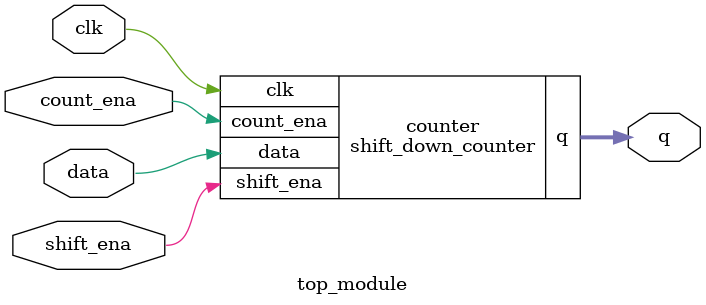
<source format=sv>
module shift_down_counter(
    input clk,
    input shift_ena,
    input count_ena,
    input data,
    output reg [3:0] q
);
    always @(posedge clk) begin
        if (shift_ena) begin
            q <= {data, q[3:1]};
        end else if (count_ena) begin
            q <= q - 1;
        end
    end
endmodule
module top_module(
    input clk,
    input shift_ena,
    input count_ena,
    input data,
    output reg [3:0] q
);
    shift_down_counter counter (
        .clk (clk),
        .shift_ena (shift_ena),
        .count_ena (count_ena),
        .data (data),
        .q (q)
    );
endmodule

</source>
